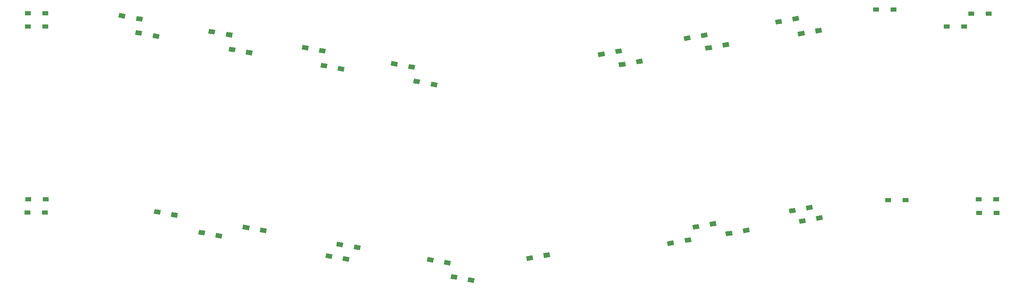
<source format=gbr>
%TF.GenerationSoftware,KiCad,Pcbnew,(5.1.6-0-10_14)*%
%TF.CreationDate,2023-03-04T09:30:32+09:00*%
%TF.ProjectId,C-13XPCB,432d3133-5850-4434-922e-6b696361645f,rev?*%
%TF.SameCoordinates,Original*%
%TF.FileFunction,Paste,Top*%
%TF.FilePolarity,Positive*%
%FSLAX46Y46*%
G04 Gerber Fmt 4.6, Leading zero omitted, Abs format (unit mm)*
G04 Created by KiCad (PCBNEW (5.1.6-0-10_14)) date 2023-03-04 09:30:32*
%MOMM*%
%LPD*%
G01*
G04 APERTURE LIST*
%ADD10C,0.100000*%
%ADD11R,1.300000X0.950000*%
G04 APERTURE END LIST*
D10*
%TO.C,D20*%
G36*
X131139358Y-16916686D02*
G01*
X131304324Y-15981119D01*
X132584574Y-16206862D01*
X132419608Y-17142429D01*
X131139358Y-16916686D01*
G37*
G36*
X134635426Y-17533138D02*
G01*
X134800392Y-16597571D01*
X136080642Y-16823314D01*
X135915676Y-17758881D01*
X134635426Y-17533138D01*
G37*
%TD*%
D11*
%TO.C,D1*%
X45075000Y37340000D03*
X48625000Y37340000D03*
%TD*%
%TO.C,D2*%
X48615000Y34600000D03*
X45065000Y34600000D03*
%TD*%
%TO.C,D3*%
X48685000Y-640000D03*
X45135000Y-640000D03*
%TD*%
%TO.C,D4*%
X48555000Y-3390000D03*
X45005000Y-3390000D03*
%TD*%
D10*
%TO.C,D5*%
G36*
X67035426Y35836862D02*
G01*
X67200392Y36772429D01*
X68480642Y36546686D01*
X68315676Y35611119D01*
X67035426Y35836862D01*
G37*
G36*
X63539358Y36453314D02*
G01*
X63704324Y37388881D01*
X64984574Y37163138D01*
X64819608Y36227571D01*
X63539358Y36453314D01*
G37*
%TD*%
%TO.C,D6*%
G36*
X70425426Y32346862D02*
G01*
X70590392Y33282429D01*
X71870642Y33056686D01*
X71705676Y32121119D01*
X70425426Y32346862D01*
G37*
G36*
X66929358Y32963314D02*
G01*
X67094324Y33898881D01*
X68374574Y33673138D01*
X68209608Y32737571D01*
X66929358Y32963314D01*
G37*
%TD*%
%TO.C,D7*%
G36*
X74175426Y-4223138D02*
G01*
X74340392Y-3287571D01*
X75620642Y-3513314D01*
X75455676Y-4448881D01*
X74175426Y-4223138D01*
G37*
G36*
X70679358Y-3606686D02*
G01*
X70844324Y-2671119D01*
X72124574Y-2896862D01*
X71959608Y-3832429D01*
X70679358Y-3606686D01*
G37*
%TD*%
%TO.C,D8*%
G36*
X83255426Y-8473138D02*
G01*
X83420392Y-7537571D01*
X84700642Y-7763314D01*
X84535676Y-8698881D01*
X83255426Y-8473138D01*
G37*
G36*
X79759358Y-7856686D02*
G01*
X79924324Y-6921119D01*
X81204574Y-7146862D01*
X81039608Y-8082429D01*
X79759358Y-7856686D01*
G37*
%TD*%
%TO.C,D9*%
G36*
X85325426Y32606862D02*
G01*
X85490392Y33542429D01*
X86770642Y33316686D01*
X86605676Y32381119D01*
X85325426Y32606862D01*
G37*
G36*
X81829358Y33223314D02*
G01*
X81994324Y34158881D01*
X83274574Y33933138D01*
X83109608Y32997571D01*
X81829358Y33223314D01*
G37*
%TD*%
%TO.C,D10*%
G36*
X89425426Y28966862D02*
G01*
X89590392Y29902429D01*
X90870642Y29676686D01*
X90705676Y28741119D01*
X89425426Y28966862D01*
G37*
G36*
X85929358Y29583314D02*
G01*
X86094324Y30518881D01*
X87374574Y30293138D01*
X87209608Y29357571D01*
X85929358Y29583314D01*
G37*
%TD*%
%TO.C,D11*%
G36*
X92285426Y-7393138D02*
G01*
X92450392Y-6457571D01*
X93730642Y-6683314D01*
X93565676Y-7618881D01*
X92285426Y-7393138D01*
G37*
G36*
X88789358Y-6776686D02*
G01*
X88954324Y-5841119D01*
X90234574Y-6066862D01*
X90069608Y-7002429D01*
X88789358Y-6776686D01*
G37*
%TD*%
%TO.C,D13*%
G36*
X104345426Y29316862D02*
G01*
X104510392Y30252429D01*
X105790642Y30026686D01*
X105625676Y29091119D01*
X104345426Y29316862D01*
G37*
G36*
X100849358Y29933314D02*
G01*
X101014324Y30868881D01*
X102294574Y30643138D01*
X102129608Y29707571D01*
X100849358Y29933314D01*
G37*
%TD*%
%TO.C,D14*%
G36*
X108145426Y25656862D02*
G01*
X108310392Y26592429D01*
X109590642Y26366686D01*
X109425676Y25431119D01*
X108145426Y25656862D01*
G37*
G36*
X104649358Y26273314D02*
G01*
X104814324Y27208881D01*
X106094574Y26983138D01*
X105929608Y26047571D01*
X104649358Y26273314D01*
G37*
%TD*%
%TO.C,D15*%
G36*
X111405426Y-10853138D02*
G01*
X111570392Y-9917571D01*
X112850642Y-10143314D01*
X112685676Y-11078881D01*
X111405426Y-10853138D01*
G37*
G36*
X107909358Y-10236686D02*
G01*
X108074324Y-9301119D01*
X109354574Y-9526862D01*
X109189608Y-10462429D01*
X107909358Y-10236686D01*
G37*
%TD*%
%TO.C,D16*%
G36*
X109155426Y-13243138D02*
G01*
X109320392Y-12307571D01*
X110600642Y-12533314D01*
X110435676Y-13468881D01*
X109155426Y-13243138D01*
G37*
G36*
X105659358Y-12626686D02*
G01*
X105824324Y-11691119D01*
X107104574Y-11916862D01*
X106939608Y-12852429D01*
X105659358Y-12626686D01*
G37*
%TD*%
%TO.C,D17*%
G36*
X122505426Y26026862D02*
G01*
X122670392Y26962429D01*
X123950642Y26736686D01*
X123785676Y25801119D01*
X122505426Y26026862D01*
G37*
G36*
X119009358Y26643314D02*
G01*
X119174324Y27578881D01*
X120454574Y27353138D01*
X120289608Y26417571D01*
X119009358Y26643314D01*
G37*
%TD*%
%TO.C,D18*%
G36*
X127065426Y22426862D02*
G01*
X127230392Y23362429D01*
X128510642Y23136686D01*
X128345676Y22201119D01*
X127065426Y22426862D01*
G37*
G36*
X123569358Y23043314D02*
G01*
X123734324Y23978881D01*
X125014574Y23753138D01*
X124849608Y22817571D01*
X123569358Y23043314D01*
G37*
%TD*%
%TO.C,D19*%
G36*
X129805426Y-14003138D02*
G01*
X129970392Y-13067571D01*
X131250642Y-13293314D01*
X131085676Y-14228881D01*
X129805426Y-14003138D01*
G37*
G36*
X126309358Y-13386686D02*
G01*
X126474324Y-12451119D01*
X127754574Y-12676862D01*
X127589608Y-13612429D01*
X126309358Y-13386686D01*
G37*
%TD*%
%TO.C,D21*%
G36*
X164840392Y28997571D02*
G01*
X164675426Y29933138D01*
X165955676Y30158881D01*
X166120642Y29223314D01*
X164840392Y28997571D01*
G37*
G36*
X161344324Y28381119D02*
G01*
X161179358Y29316686D01*
X162459608Y29542429D01*
X162624574Y28606862D01*
X161344324Y28381119D01*
G37*
%TD*%
%TO.C,D22*%
G36*
X165574324Y26291119D02*
G01*
X165409358Y27226686D01*
X166689608Y27452429D01*
X166854574Y26516862D01*
X165574324Y26291119D01*
G37*
G36*
X169070392Y26907571D02*
G01*
X168905426Y27843138D01*
X170185676Y28068881D01*
X170350642Y27133314D01*
X169070392Y26907571D01*
G37*
%TD*%
%TO.C,D23*%
G36*
X146704324Y-13278881D02*
G01*
X146539358Y-12343314D01*
X147819608Y-12117571D01*
X147984574Y-13053138D01*
X146704324Y-13278881D01*
G37*
G36*
X150200392Y-12662429D02*
G01*
X150035426Y-11726862D01*
X151315676Y-11501119D01*
X151480642Y-12436686D01*
X150200392Y-12662429D01*
G37*
%TD*%
%TO.C,D24*%
G36*
X175464324Y-10218881D02*
G01*
X175299358Y-9283314D01*
X176579608Y-9057571D01*
X176744574Y-9993138D01*
X175464324Y-10218881D01*
G37*
G36*
X178960392Y-9602429D02*
G01*
X178795426Y-8666862D01*
X180075676Y-8441119D01*
X180240642Y-9376686D01*
X178960392Y-9602429D01*
G37*
%TD*%
%TO.C,D25*%
G36*
X178834324Y31651119D02*
G01*
X178669358Y32586686D01*
X179949608Y32812429D01*
X180114574Y31876862D01*
X178834324Y31651119D01*
G37*
G36*
X182330392Y32267571D02*
G01*
X182165426Y33203138D01*
X183445676Y33428881D01*
X183610642Y32493314D01*
X182330392Y32267571D01*
G37*
%TD*%
%TO.C,D26*%
G36*
X183184324Y29681119D02*
G01*
X183019358Y30616686D01*
X184299608Y30842429D01*
X184464574Y29906862D01*
X183184324Y29681119D01*
G37*
G36*
X186680392Y30297571D02*
G01*
X186515426Y31233138D01*
X187795676Y31458881D01*
X187960642Y30523314D01*
X186680392Y30297571D01*
G37*
%TD*%
%TO.C,D27*%
G36*
X180604324Y-6898881D02*
G01*
X180439358Y-5963314D01*
X181719608Y-5737571D01*
X181884574Y-6673138D01*
X180604324Y-6898881D01*
G37*
G36*
X184100392Y-6282429D02*
G01*
X183935426Y-5346862D01*
X185215676Y-5121119D01*
X185380642Y-6056686D01*
X184100392Y-6282429D01*
G37*
%TD*%
%TO.C,D28*%
G36*
X187334324Y-8238881D02*
G01*
X187169358Y-7303314D01*
X188449608Y-7077571D01*
X188614574Y-8013138D01*
X187334324Y-8238881D01*
G37*
G36*
X190830392Y-7622429D02*
G01*
X190665426Y-6686862D01*
X191945676Y-6461119D01*
X192110642Y-7396686D01*
X190830392Y-7622429D01*
G37*
%TD*%
%TO.C,D29*%
G36*
X197454324Y35021119D02*
G01*
X197289358Y35956686D01*
X198569608Y36182429D01*
X198734574Y35246862D01*
X197454324Y35021119D01*
G37*
G36*
X200950392Y35637571D02*
G01*
X200785426Y36573138D01*
X202065676Y36798881D01*
X202230642Y35863314D01*
X200950392Y35637571D01*
G37*
%TD*%
%TO.C,D30*%
G36*
X202064324Y32611119D02*
G01*
X201899358Y33546686D01*
X203179608Y33772429D01*
X203344574Y32836862D01*
X202064324Y32611119D01*
G37*
G36*
X205560392Y33227571D02*
G01*
X205395426Y34163138D01*
X206675676Y34388881D01*
X206840642Y33453314D01*
X205560392Y33227571D01*
G37*
%TD*%
%TO.C,D31*%
G36*
X200244324Y-3578881D02*
G01*
X200079358Y-2643314D01*
X201359608Y-2417571D01*
X201524574Y-3353138D01*
X200244324Y-3578881D01*
G37*
G36*
X203740392Y-2962429D02*
G01*
X203575426Y-2026862D01*
X204855676Y-1801119D01*
X205020642Y-2736686D01*
X203740392Y-2962429D01*
G37*
%TD*%
%TO.C,D32*%
G36*
X202244324Y-5698881D02*
G01*
X202079358Y-4763314D01*
X203359608Y-4537571D01*
X203524574Y-5473138D01*
X202244324Y-5698881D01*
G37*
G36*
X205740392Y-5082429D02*
G01*
X205575426Y-4146862D01*
X206855676Y-3921119D01*
X207020642Y-4856686D01*
X205740392Y-5082429D01*
G37*
%TD*%
D11*
%TO.C,D33*%
X217845000Y38140000D03*
X221395000Y38140000D03*
%TD*%
%TO.C,D34*%
X232235000Y34630000D03*
X235785000Y34630000D03*
%TD*%
%TO.C,D35*%
X220355000Y-880000D03*
X223905000Y-880000D03*
%TD*%
%TO.C,D37*%
X237245000Y37240000D03*
X240795000Y37240000D03*
%TD*%
%TO.C,D39*%
X238745000Y-710000D03*
X242295000Y-710000D03*
%TD*%
%TO.C,D40*%
X238855000Y-3470000D03*
X242405000Y-3470000D03*
%TD*%
M02*

</source>
